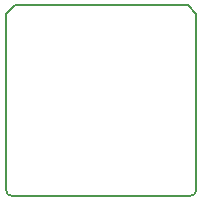
<source format=gbr>
%TF.GenerationSoftware,KiCad,Pcbnew,8.0.6*%
%TF.CreationDate,2024-11-06T22:11:37-05:00*%
%TF.ProjectId,CPLD Replacement,43504c44-2052-4657-906c-6163656d656e,rev?*%
%TF.SameCoordinates,Original*%
%TF.FileFunction,Profile,NP*%
%FSLAX46Y46*%
G04 Gerber Fmt 4.6, Leading zero omitted, Abs format (unit mm)*
G04 Created by KiCad (PCBNEW 8.0.6) date 2024-11-06 22:11:37*
%MOMM*%
%LPD*%
G01*
G04 APERTURE LIST*
%TA.AperFunction,Profile*%
%ADD10C,0.150000*%
%TD*%
G04 APERTURE END LIST*
D10*
%TO.C,E1*%
X138424544Y-103010000D02*
X138424544Y-88210000D01*
X139179862Y-87454654D02*
X138424516Y-88210000D01*
X139180000Y-87454492D02*
X153830000Y-87454492D01*
X153830089Y-87454452D02*
X154575637Y-88200000D01*
X153970000Y-103615423D02*
X139020000Y-103615423D01*
X154575499Y-88200000D02*
X154575499Y-103010000D01*
X139024653Y-103615238D02*
G75*
G02*
X138424572Y-103015155I-3J600078D01*
G01*
X154575577Y-103014350D02*
G75*
G02*
X153975494Y-103614427I-600087J10D01*
G01*
%TD*%
M02*

</source>
